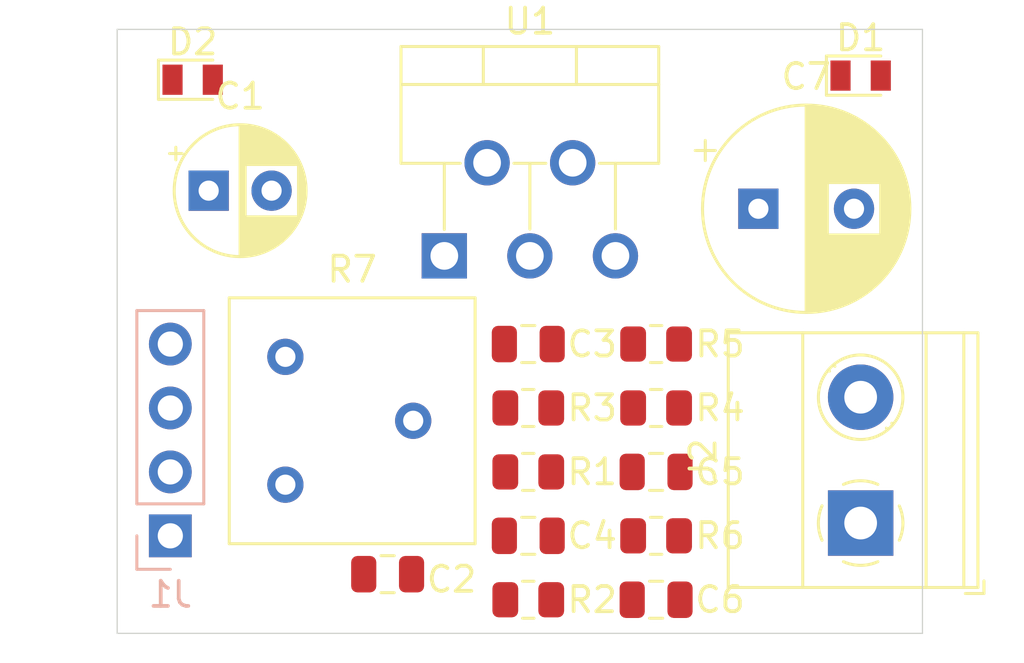
<source format=kicad_pcb>
(kicad_pcb (version 20211014) (generator pcbnew)
  (layers (0 "F.Cu" signal) (31 "B.Cu" signal) (34 "B.Paste" user) (35 "F.Paste" user) (36 "B.SilkS" user "B.Silkscreen") (37 "F.SilkS" user "F.Silkscreen") (38 "B.Mask" user) (39 "F.Mask" user) (44 "Edge.Cuts" user))
  (net 0 "")
  (net 1 "VCC")
  (net 2 "GND")
  (net 3 "Net-(C3-Pad2)")
  (net 4 "Net-(C3-Pad1)")
  (net 5 "Net-(C4-Pad1)")
  (net 6 "Net-(C5-Pad1)")
  (net 7 "Net-(C6-Pad1)")
  (net 8 "Net-(C7-Pad1)")
  (net 9 "Net-(J1-Pad3)")
  (net 10 "Net-(C7-Pad2)")
  (net 11 "Net-(R4-Pad2)")
  (footprint "Capacitor_SMD:C_0805_2012Metric" (layer "F.Cu") (at 142.748 104.648)
    (fp_text reference "C2" (at 2.54 0.206999) (layer "F.SilkS"))
    (fp_text value "2.2uF")
    (fp_line (start -0.261252 0.735) (end 0.261252 0.735) (layer "F.SilkS") (width 0.12))
    (fp_line (start -0.261252 -0.735) (end 0.261252 -0.735) (layer "F.SilkS") (width 0.12))
    (pad "1" smd roundrect (at -0.95 0) (size 1 1.45) (layers "F.Cu" "F.Paste" "F.Mask") (net 1 "VCC"))
    (pad "2" smd roundrect (at 0.95 0) (size 1 1.45) (layers "F.Cu" "F.Paste" "F.Mask") (net 2 "GND"))
  )
  (footprint "Capacitor_SMD:C_0805_2012Metric" (layer "F.Cu") (at 148.336 95.504)
    (fp_text reference "C3" (at 2.54 0) (layer "F.SilkS"))
    (fp_text value "1uF")
    (fp_line (start -0.261252 0.735) (end 0.261252 0.735) (layer "F.SilkS") (width 0.12))
    (fp_line (start -0.261252 -0.735) (end 0.261252 -0.735) (layer "F.SilkS") (width 0.12))
    (pad "1" smd roundrect (at -0.95 0) (size 1 1.45) (layers "F.Cu" "F.Paste" "F.Mask") (net 4 "Net-(C3-Pad1)"))
    (pad "2" smd roundrect (at 0.95 0) (size 1 1.45) (layers "F.Cu" "F.Paste" "F.Mask") (net 3 "Net-(C3-Pad2)"))
  )
  (footprint "Capacitor_SMD:C_0805_2012Metric" (layer "F.Cu") (at 148.336 103.124)
    (fp_text reference "C4" (at 2.54 0) (layer "F.SilkS"))
    (fp_text value "22uF")
    (fp_line (start -0.261252 0.735) (end 0.261252 0.735) (layer "F.SilkS") (width 0.12))
    (fp_line (start -0.261252 -0.735) (end 0.261252 -0.735) (layer "F.SilkS") (width 0.12))
    (pad "1" smd roundrect (at -0.95 0) (size 1 1.45) (layers "F.Cu" "F.Paste" "F.Mask") (net 5 "Net-(C4-Pad1)"))
    (pad "2" smd roundrect (at 0.95 0) (size 1 1.45) (layers "F.Cu" "F.Paste" "F.Mask") (net 2 "GND"))
  )
  (footprint "Capacitor_SMD:C_0805_2012Metric" (layer "F.Cu") (at 153.416 100.584)
    (fp_text reference "C5" (at 2.54 0) (layer "F.SilkS"))
    (fp_text value "2.2uF")
    (fp_line (start -0.261252 -0.735) (end 0.261252 -0.735) (layer "F.SilkS") (width 0.12))
    (fp_line (start -0.261252 0.735) (end 0.261252 0.735) (layer "F.SilkS") (width 0.12))
    (pad "1" smd roundrect (at -0.95 0) (size 1 1.45) (layers "F.Cu" "F.Paste" "F.Mask") (net 6 "Net-(C5-Pad1)"))
    (pad "2" smd roundrect (at 0.95 0) (size 1 1.45) (layers "F.Cu" "F.Paste" "F.Mask") (net 2 "GND"))
  )
  (footprint "Capacitor_SMD:C_0805_2012Metric" (layer "F.Cu") (at 153.416 105.664)
    (fp_text reference "C6" (at 2.54 0) (layer "F.SilkS"))
    (fp_text value "220nF")
    (fp_line (start -0.261252 0.735) (end 0.261252 0.735) (layer "F.SilkS") (width 0.12))
    (fp_line (start -0.261252 -0.735) (end 0.261252 -0.735) (layer "F.SilkS") (width 0.12))
    (pad "1" smd roundrect (at -0.95 0) (size 1 1.45) (layers "F.Cu" "F.Paste" "F.Mask") (net 7 "Net-(C6-Pad1)"))
    (pad "2" smd roundrect (at 0.95 0) (size 1 1.45) (layers "F.Cu" "F.Paste" "F.Mask") (net 2 "GND"))
  )
  (footprint "Diode_SMD:D_MicroMELF" (layer "F.Cu") (at 161.544 84.836)
    (fp_text reference "D1" (at 0 -1.5) (layer "F.SilkS"))
    (fp_text value "1N4001")
    (fp_line (start -1.36 0.78) (end 0.8 0.78) (layer "F.SilkS") (width 0.12))
    (fp_line (start 0.8 -0.78) (end -1.36 -0.78) (layer "F.SilkS") (width 0.12))
    (fp_line (start -1.36 -0.78) (end -1.36 0.78) (layer "F.SilkS") (width 0.12))
    (pad "1" smd rect (at -0.8 0) (size 0.8 1.2) (layers "F.Cu" "F.Paste" "F.Mask") (net 8 "Net-(C7-Pad1)"))
    (pad "2" smd rect (at 0.8 0) (size 0.8 1.2) (layers "F.Cu" "F.Paste" "F.Mask") (net 2 "GND"))
  )
  (footprint "Diode_SMD:D_MicroMELF" (layer "F.Cu") (at 135 85)
    (fp_text reference "D2" (at 0 -1.5) (layer "F.SilkS"))
    (fp_text value "1N4001")
    (fp_line (start -1.36 -0.78) (end -1.36 0.78) (layer "F.SilkS") (width 0.12))
    (fp_line (start 0.8 -0.78) (end -1.36 -0.78) (layer "F.SilkS") (width 0.12))
    (fp_line (start -1.36 0.78) (end 0.8 0.78) (layer "F.SilkS") (width 0.12))
    (pad "1" smd rect (at -0.8 0) (size 0.8 1.2) (layers "F.Cu" "F.Paste" "F.Mask") (net 1 "VCC"))
    (pad "2" smd rect (at 0.8 0) (size 0.8 1.2) (layers "F.Cu" "F.Paste" "F.Mask") (net 8 "Net-(C7-Pad1)"))
  )
  (footprint "TerminalBlock_Phoenix:TerminalBlock_Phoenix_MKDS-1,5-2_1x02_P5.00mm_Horizontal" (layer "F.Cu") (at 161.544 102.616 90)
    (fp_text reference "J2" (at 2.5 -6.26 90) (layer "F.SilkS"))
    (fp_text value "Conn_01x02_Female")
    (fp_line (start -2.8 4.16) (end -2.8 4.9) (layer "F.SilkS") (width 0.12))
    (fp_line (start -2.8 4.9) (end -2.3 4.9) (layer "F.SilkS") (width 0.12))
    (fp_line (start 3.773 1.023) (end 3.726 1.069) (layer "F.SilkS") (width 0.12))
    (fp_line (start 7.56 -5.261) (end 7.56 4.66) (layer "F.SilkS") (width 0.12))
    (fp_line (start -2.56 -2.301) (end 7.56 -2.301) (layer "F.SilkS") (width 0.12))
    (fp_line (start -2.56 -5.261) (end -2.56 4.66) (layer "F.SilkS") (width 0.12))
    (fp_line (start -2.56 4.1) (end 7.56 4.1) (layer "F.SilkS") (width 0.12))
    (fp_line (start 6.07 -1.275) (end 6.035 -1.239) (layer "F.SilkS") (width 0.12))
    (fp_line (start 3.966 1.239) (end 3.931 1.274) (layer "F.SilkS") (width 0.12))
    (fp_line (start -2.56 4.66) (end 7.56 4.66) (layer "F.SilkS") (width 0.12))
    (fp_line (start 6.275 -1.069) (end 6.228 -1.023) (layer "F.SilkS") (width 0.12))
    (fp_line (start -2.56 -5.261) (end 7.56 -5.261) (layer "F.SilkS") (width 0.12))
    (fp_line (start -2.56 2.6) (end 7.56 2.6) (layer "F.SilkS") (width 0.12))
    (fp_arc (start 1.535427 -0.683042) (mid 1.680501 0.000524) (end 1.535 0.684) (layer "F.SilkS") (width 0.12))
    (fp_arc (start 0.028805 1.680253) (mid -0.335551 1.646659) (end -0.684 1.535) (layer "F.SilkS") (width 0.12))
    (fp_arc (start -0.683042 -1.535427) (mid 0.000524 -1.680501) (end 0.684 -1.535) (layer "F.SilkS") (width 0.12))
    (fp_arc (start -1.535427 0.683042) (mid -1.680501 -0.000524) (end -1.535 -0.684) (layer "F.SilkS") (width 0.12))
    (fp_arc (start 0.683318 1.534756) (mid 0.349292 1.643288) (end 0 1.68) (layer "F.SilkS") (width 0.12))
    (fp_circle (center 5 0) (end 6.68 0) (layer "F.SilkS") (width 0.12) (fill none))
    (pad "1" thru_hole rect (at 0 0 90) (size 2.6 2.6) (drill 1.3) (layers *.Cu *.Mask) (net 10 "Net-(C7-Pad2)"))
    (pad "2" thru_hole circle (at 5 0 90) (size 2.6 2.6) (drill 1.3) (layers *.Cu *.Mask) (net 2 "GND"))
  )
  (footprint "Resistor_SMD:R_0805_2012Metric" (layer "F.Cu") (at 148.336 100.584)
    (fp_text reference "R1" (at 2.54 0) (layer "F.SilkS"))
    (fp_text value "100k")
    (fp_line (start -0.227064 -0.735) (end 0.227064 -0.735) (layer "F.SilkS") (width 0.12))
    (fp_line (start -0.227064 0.735) (end 0.227064 0.735) (layer "F.SilkS") (width 0.12))
    (pad "1" smd roundrect (at -0.9125 0) (size 1.025 1.4) (layers "F.Cu" "F.Paste" "F.Mask") (roundrect_rratio 0.243902) (net 5 "Net-(C4-Pad1)"))
    (pad "2" smd roundrect (at 0.9125 0) (size 1.025 1.4) (layers "F.Cu" "F.Paste" "F.Mask") (roundrect_rratio 0.243902) (net 1 "VCC"))
  )
  (footprint "Resistor_SMD:R_0805_2012Metric" (layer "F.Cu") (at 148.336 105.664)
    (fp_text reference "R2" (at 2.54 0) (layer "F.SilkS"))
    (fp_text value "100k")
    (fp_line (start -0.227064 0.735) (end 0.227064 0.735) (layer "F.SilkS") (width 0.12))
    (fp_line (start -0.227064 -0.735) (end 0.227064 -0.735) (layer "F.SilkS") (width 0.12))
    (pad "1" smd roundrect (at -0.9125 0) (size 1.025 1.4) (layers "F.Cu" "F.Paste" "F.Mask") (roundrect_rratio 0.243902) (net 5 "Net-(C4-Pad1)"))
    (pad "2" smd roundrect (at 0.9125 0) (size 1.025 1.4) (layers "F.Cu" "F.Paste" "F.Mask") (roundrect_rratio 0.243902) (net 3 "Net-(C3-Pad2)"))
  )
  (footprint "Resistor_SMD:R_0805_2012Metric" (layer "F.Cu") (at 148.336 98.044)
    (fp_text reference "R3" (at 2.54 0) (layer "F.SilkS"))
    (fp_text value "100k")
    (fp_line (start -0.227064 -0.735) (end 0.227064 -0.735) (layer "F.SilkS") (width 0.12))
    (fp_line (start -0.227064 0.735) (end 0.227064 0.735) (layer "F.SilkS") (width 0.12))
    (pad "1" smd roundrect (at -0.9125 0) (size 1.025 1.4) (layers "F.Cu" "F.Paste" "F.Mask") (roundrect_rratio 0.243902) (net 2 "GND"))
    (pad "2" smd roundrect (at 0.9125 0) (size 1.025 1.4) (layers "F.Cu" "F.Paste" "F.Mask") (roundrect_rratio 0.243902) (net 5 "Net-(C4-Pad1)"))
  )
  (footprint "Resistor_SMD:R_0805_2012Metric" (layer "F.Cu") (at 153.416 98.044)
    (fp_text reference "R4" (at 2.54 0) (layer "F.SilkS"))
    (fp_text value "4.7k")
    (fp_line (start -0.227064 -0.735) (end 0.227064 -0.735) (layer "F.SilkS") (width 0.12))
    (fp_line (start -0.227064 0.735) (end 0.227064 0.735) (layer "F.SilkS") (width 0.12))
    (pad "1" smd roundrect (at -0.9125 0) (size 1.025 1.4) (layers "F.Cu" "F.Paste" "F.Mask") (roundrect_rratio 0.243902) (net 6 "Net-(C5-Pad1)"))
    (pad "2" smd roundrect (at 0.9125 0) (size 1.025 1.4) (layers "F.Cu" "F.Paste" "F.Mask") (roundrect_rratio 0.243902) (net 11 "Net-(R4-Pad2)"))
  )
  (footprint "Resistor_SMD:R_0805_2012Metric" (layer "F.Cu") (at 153.416 95.504)
    (fp_text reference "R5" (at 2.54 0) (layer "F.SilkS"))
    (fp_text value "150k")
    (fp_line (start -0.227064 -0.735) (end 0.227064 -0.735) (layer "F.SilkS") (width 0.12))
    (fp_line (start -0.227064 0.735) (end 0.227064 0.735) (layer "F.SilkS") (width 0.12))
    (pad "1" smd roundrect (at -0.9125 0) (size 1.025 1.4) (layers "F.Cu" "F.Paste" "F.Mask") (roundrect_rratio 0.243902) (net 8 "Net-(C7-Pad1)"))
    (pad "2" smd roundrect (at 0.9125 0) (size 1.025 1.4) (layers "F.Cu" "F.Paste" "F.Mask") (roundrect_rratio 0.243902) (net 11 "Net-(R4-Pad2)"))
  )
  (footprint "Resistor_SMD:R_0805_2012Metric" (layer "F.Cu") (at 153.416 103.124)
    (fp_text reference "R6" (at 2.54 0) (layer "F.SilkS"))
    (fp_text value "1R")
    (fp_line (start -0.227064 0.735) (end 0.227064 0.735) (layer "F.SilkS") (width 0.12))
    (fp_line (start -0.227064 -0.735) (end 0.227064 -0.735) (layer "F.SilkS") (width 0.12))
    (pad "1" smd roundrect (at -0.9125 0) (size 1.025 1.4) (layers "F.Cu" "F.Paste" "F.Mask") (roundrect_rratio 0.243902) (net 7 "Net-(C6-Pad1)"))
    (pad "2" smd roundrect (at 0.9125 0) (size 1.025 1.4) (layers "F.Cu" "F.Paste" "F.Mask") (roundrect_rratio 0.243902) (net 8 "Net-(C7-Pad1)"))
  )
  (footprint "Potentiometer_THT:Potentiometer_Bourns_3386F_Vertical" (layer "F.Cu") (at 138.684 101.092)
    (fp_text reference "R7" (at 2.655 -8.555) (layer "F.SilkS"))
    (fp_text value "10k")
    (fp_line (start -2.23 -7.425) (end -2.23 2.345) (layer "F.SilkS") (width 0.12))
    (fp_line (start 7.54 -7.425) (end 7.54 2.345) (layer "F.SilkS") (width 0.12))
    (fp_line (start -2.23 -7.425) (end 7.54 -7.425) (layer "F.SilkS") (width 0.12))
    (fp_line (start -2.23 2.345) (end 7.54 2.345) (layer "F.SilkS") (width 0.12))
    (pad "1" thru_hole circle (at 0 0) (size 1.44 1.44) (drill 0.8) (layers *.Cu *.Mask) (net 9 "Net-(J1-Pad3)"))
    (pad "2" thru_hole circle (at 5.08 -2.54) (size 1.44 1.44) (drill 0.8) (layers *.Cu *.Mask) (net 4 "Net-(C3-Pad1)"))
    (pad "3" thru_hole circle (at 0 -5.08) (size 1.44 1.44) (drill 0.8) (layers *.Cu *.Mask) (net 2 "GND"))
  )
  (footprint "Package_TO_SOT_THT:TO-220-5_P3.4x3.7mm_StaggerOdd_Lead3.8mm_Vertical" (layer "F.Cu") (at 145 92)
    (fp_text reference "U1" (at 3.4 -9.32) (layer "F.SilkS"))
    (fp_text value "TDA2030")
    (fp_line (start 3.4 -3.679) (end 3.4 -1.065) (layer "F.SilkS") (width 0.12))
    (fp_line (start -1.721 -6.811) (end 8.52 -6.811) (layer "F.SilkS") (width 0.12))
    (fp_line (start 6.8 -3.679) (end 6.8 -1.065) (layer "F.SilkS") (width 0.12))
    (fp_line (start 8.52 -8.32) (end 8.52 -3.679) (layer "F.SilkS") (width 0.12))
    (fp_line (start 2.765 -3.679) (end 4.035 -3.679) (layer "F.SilkS") (width 0.12))
    (fp_line (start 6.165 -3.679) (end 8.52 -3.679) (layer "F.SilkS") (width 0.12))
    (fp_line (start 1.55 -8.32) (end 1.55 -6.811) (layer "F.SilkS") (width 0.12))
    (fp_line (start -1.721 -3.679) (end 0.635 -3.679) (layer "F.SilkS") (width 0.12))
    (fp_line (start 0 -3.679) (end 0 -1.049) (layer "F.SilkS") (width 0.12))
    (fp_line (start -1.721 -8.32) (end 8.52 -8.32) (layer "F.SilkS") (width 0.12))
    (fp_line (start -1.721 -8.32) (end -1.721 -3.679) (layer "F.SilkS") (width 0.12))
    (fp_line (start 5.25 -8.32) (end 5.25 -6.811) (layer "F.SilkS") (width 0.12))
    (pad "1" thru_hole rect (at 0 0) (size 1.8 1.8) (drill 1.1) (layers *.Cu *.Mask) (net 3 "Net-(C3-Pad2)"))
    (pad "2" thru_hole oval (at 1.7 -3.7) (size 1.8 1.8) (drill 1.1) (layers *.Cu *.Mask) (net 11 "Net-(R4-Pad2)"))
    (pad "3" thru_hole oval (at 3.4 0) (size 1.8 1.8) (drill 1.1) (layers *.Cu *.Mask) (net 2 "GND"))
    (pad "4" thru_hole oval (at 5.1 -3.7) (size 1.8 1.8) (drill 1.1) (layers *.Cu *.Mask) (net 8 "Net-(C7-Pad1)"))
    (pad "5" thru_hole oval (at 6.8 0) (size 1.8 1.8) (drill 1.1) (layers *.Cu *.Mask) (net 1 "VCC"))
  )
  (footprint "Capacitor_THT:CP_Radial_D5.0mm_P2.50mm" (layer "F.Cu") (at 135.636 89.408)
    (fp_text reference "C1" (at 1.25 -3.75) (layer "F.SilkS"))
    (fp_text value "100uF")
    (fp_line (start 3.411 1.04) (end 3.411 1.443) (layer "F.SilkS") (width 0.12))
    (fp_line (start 2.851 -2.035) (end 2.851 -1.04) (layer "F.SilkS") (width 0.12))
    (fp_line (start 2.171 1.04) (end 2.171 2.414) (layer "F.SilkS") (width 0.12))
    (fp_line (start 1.73 1.04) (end 1.73 2.536) (layer "F.SilkS") (width 0.12))
    (fp_line (start 2.331 -2.348) (end 2.331 -1.04) (layer "F.SilkS") (width 0.12))
    (fp_line (start 3.011 1.04) (end 3.011 1.901) (layer "F.SilkS") (width 0.12))
    (fp_line (start 2.691 -2.149) (end 2.691 -1.04) (layer "F.SilkS") (width 0.12))
    (fp_line (start 3.491 -1.319) (end 3.491 -1.04) (layer "F.SilkS") (width 0.12))
    (fp_line (start 2.451 -2.29) (end 2.451 -1.04) (layer "F.SilkS") (width 0.12))
    (fp_line (start 3.051 -1.864) (end 3.051 -1.04) (layer "F.SilkS") (width 0.12))
    (fp_line (start 2.051 1.04) (end 2.051 2.455) (layer "F.SilkS") (width 0.12))
    (fp_line (start 3.291 -1.605) (end 3.291 -1.04) (layer "F.SilkS") (width 0.12))
    (fp_line (start 2.851 1.04) (end 2.851 2.035) (layer "F.SilkS") (width 0.12))
    (fp_line (start 2.011 -2.468) (end 2.011 -1.04) (layer "F.SilkS") (width 0.12))
    (fp_line (start 3.451 1.04) (end 3.451 1.383) (layer "F.SilkS") (width 0.12))
    (fp_line (start 2.291 1.04) (end 2.291 2.365) (layer "F.SilkS") (width 0.12))
    (fp_line (start 2.931 -1.971) (end 2.931 -1.04) (layer "F.SilkS") (width 0.12))
    (fp_line (start 2.251 1.04) (end 2.251 2.382) (layer "F.SilkS") (width 0.12))
    (fp_line (start 2.091 -2.442) (end 2.091 -1.04) (layer "F.SilkS") (width 0.12))
    (fp_line (start 3.211 1.04) (end 3.211 1.699) (layer "F.SilkS") (width 0.12))
    (fp_line (start 2.651 1.04) (end 2.651 2.175) (layer "F.SilkS") (width 0.12))
    (fp_line (start 3.211 -1.699) (end 3.211 -1.04) (layer "F.SilkS") (width 0.12))
    (fp_line (start 2.371 -2.329) (end 2.371 -1.04) (layer "F.SilkS") (width 0.12))
    (fp_line (start 3.451 -1.383) (end 3.451 -1.04) (layer "F.SilkS") (width 0.12))
    (fp_line (start 3.651 -1.011) (end 3.651 1.011) (layer "F.SilkS") (width 0.12))
    (fp_line (start 3.531 -1.251) (end 3.531 -1.04) (layer "F.SilkS") (width 0.12))
    (fp_line (start 2.971 -1.937) (end 2.971 -1.04) (layer "F.SilkS") (width 0.12))
    (fp_line (start 1.89 1.04) (end 1.89 2.501) (layer "F.SilkS") (width 0.12))
    (fp_line (start 1.37 -2.578) (end 1.37 2.578) (layer "F.SilkS") (width 0.12))
    (fp_line (start 3.331 -1.554) (end 3.331 -1.04) (layer "F.SilkS") (width 0.12))
    (fp_line (start 2.091 1.04) (end 2.091 2.442) (layer "F.SilkS") (width 0.12))
    (fp_line (start 2.731 1.04) (end 2.731 2.122) (layer "F.SilkS") (width 0.12))
    (fp_line (start 1.29 -2.58) (end 1.29 2.58) (layer "F.SilkS") (width 0.12))
    (fp_line (start 2.731 -2.122) (end 2.731 -1.04) (layer "F.SilkS") (width 0.12))
    (fp_line (start 2.931 1.04) (end 2.931 1.971) (layer "F.SilkS") (width 0.12))
    (fp_line (start 2.131 1.04) (end 2.131 2.428) (layer "F.SilkS") (width 0.12))
    (fp_line (start 3.771 -0.677) (end 3.771 0.677) (layer "F.SilkS") (width 0.12))
    (fp_line (start 1.85 1.04) (end 1.85 2.511) (layer "F.SilkS") (width 0.12))
    (fp_line (start 3.731 -0.805) (end 3.731 0.805) (layer "F.SilkS") (width 0.12))
    (fp_line (start 2.611 1.04) (end 2.611 2.2) (layer "F.SilkS") (width 0.12))
    (fp_line (start 1.77 1.04) (end 1.77 2.528) (layer "F.SilkS") (width 0.12))
    (fp_line (start -1.554775 -1.475) (end -1.054775 -1.475) (layer "F.SilkS") (width 0.12))
    (fp_line (start 2.211 -2.398) (end 2.211 -1.04) (layer "F.SilkS") (width 0.12))
    (fp_line (start 2.011 1.04) (end 2.011 2.468) (layer "F.SilkS") (width 0.12))
    (fp_line (start 2.571 1.04) (end 2.571 2.224) (layer "F.SilkS") (width 0.12))
    (fp_line (start 2.771 -2.095) (end 2.771 -1.04) (layer "F.SilkS") (width 0.12))
    (fp_line (start 3.291 1.04) (end 3.291 1.605) (layer "F.SilkS") (width 0.12))
    (fp_line (start 2.771 1.04) (end 2.771 2.095) (layer "F.SilkS") (width 0.12))
    (fp_line (start 2.531 -2.247) (end 2.531 -1.04) (layer "F.SilkS") (width 0.12))
    (fp_line (start 3.051 1.04) (end 3.051 1.864) (layer "F.SilkS") (width 0.12))
    (fp_line (start -1.304775 -1.725) (end -1.304775 -1.225) (layer "F.SilkS") (width 0.12))
    (fp_line (start 2.131 -2.428) (end 2.131 -1.04) (layer "F.SilkS") (width 0.12))
    (fp_line (start 3.171 -1.743) (end 3.171 -1.04) (layer "F.SilkS") (width 0.12))
    (fp_line (start 1.971 1.04) (end 1.971 2.48) (layer "F.SilkS") (width 0.12))
    (fp_line (start 1.81 1.04) (end 1.81 2.52) (layer "F.SilkS") (width 0.12))
    (fp_line (start 2.251 -2.382) (end 2.251 -1.04) (layer "F.SilkS") (width 0.12))
    (fp_line (start 1.81 -2.52) (end 1.81 -1.04) (layer "F.SilkS") (width 0.12))
    (fp_line (start 1.49 -2.569) (end 1.49 -1.04) (layer "F.SilkS") (width 0.12))
    (fp_line (start 3.851 -0.284) (end 3.851 0.284) (layer "F.SilkS") (width 0.12))
    (fp_line (start 2.891 -2.004) (end 2.891 -1.04) (layer "F.SilkS") (width 0.12))
    (fp_line (start 1.85 -2.511) (end 1.85 -1.04) (layer "F.SilkS") (width 0.12))
    (fp_line (start 3.251 -1.653) (end 3.251 -1.04) (layer "F.SilkS") (width 0.12))
    (fp_line (start 2.531 1.04) (end 2.531 2.247) (layer "F.SilkS") (width 0.12))
    (fp_line (start 2.331 1.04) (end 2.331 2.348) (layer "F.SilkS") (width 0.12))
    (fp_line (start 3.691 -0.915) (end 3.691 0.915) (layer "F.SilkS") (width 0.12))
    (fp_line (start 1.73 -2.536) (end 1.73 -1.04) (layer "F.SilkS") (width 0.12))
    (fp_line (start 3.091 1.04) (end 3.091 1.826) (layer "F.SilkS") (width 0.12))
    (fp_line (start 3.571 -1.178) (end 3.571 1.178) (layer "F.SilkS") (width 0.12))
    (fp_line (start 1.61 -2.556) (end 1.61 -1.04) (layer "F.SilkS") (width 0.12))
    (fp_line (start 1.69 -2.543) (end 1.69 -1.04) (layer "F.SilkS") (width 0.12))
    (fp_line (start 3.531 1.04) (end 3.531 1.251) (layer "F.SilkS") (width 0.12))
    (fp_line (start 3.251 1.04) (end 3.251 1.653) (layer "F.SilkS") (width 0.12))
    (fp_line (start 2.171 -2.414) (end 2.171 -1.04) (layer "F.SilkS") (width 0.12))
    (fp_line (start 2.691 1.04) (end 2.691 2.149) (layer "F.SilkS") (width 0.12))
    (fp_line (start 3.371 -1.5) (end 3.371 -1.04) (layer "F.SilkS") (width 0.12))
    (fp_line (start 1.65 -2.55) (end 1.65 -1.04) (layer "F.SilkS") (width 0.12))
    (fp_line (start 1.57 -2.561) (end 1.57 -1.04) (layer "F.SilkS") (width 0.12))
    (fp_line (start 1.25 -2.58) (end 1.25 2.58) (layer "F.SilkS") (width 0.12))
    (fp_line (start 3.371 1.04) (end 3.371 1.5) (layer "F.SilkS") (width 0.12))
    (fp_line (start 1.49 1.04) (end 1.49 2.569) (layer "F.SilkS") (width 0.12))
    (fp_line (start 2.571 -2.224) (end 2.571 -1.04) (layer "F.SilkS") (width 0.12))
    (fp_line (start 1.89 -2.501) (end 1.89 -1.04) (layer "F.SilkS") (width 0.12))
    (fp_line (start 3.131 -1.785) (end 3.131 -1.04) (layer "F.SilkS") (width 0.12))
    (fp_line (start 1.65 1.04) (end 1.65 2.55) (layer "F.SilkS") (width 0.12))
    (fp_line (start 2.451 1.04) (end 2.451 2.29) (layer "F.SilkS") (width 0.12))
    (fp_line (start 1.971 -2.48) (end 1.971 -1.04) (layer "F.SilkS") (width 0.12))
    (fp_line (start 1.53 1.04) (end 1.53 2.565) (layer "F.SilkS") (width 0.12))
    (fp_line (start 1.77 -2.528) (end 1.77 -1.04) (layer "F.SilkS") (width 0.12))
    (fp_line (start 3.611 -1.098) (end 3.611 1.098) (layer "F.SilkS") (width 0.12))
    (fp_line (start 2.811 1.04) (end 2.811 2.065) (layer "F.SilkS") (width 0.12))
    (fp_line (start 2.891 1.04) (end 2.891 2.004) (layer "F.SilkS") (width 0.12))
    (fp_line (start 1.93 1.04) (end 1.93 2.491) (layer "F.SilkS") (width 0.12))
    (fp_line (start 1.33 -2.579) (end 1.33 2.579) (layer "F.SilkS") (width 0.12))
    (fp_line (start 2.811 -2.065) (end 2.811 -1.04) (layer "F.SilkS") (width 0.12))
    (fp_line (start 2.051 -2.455) (end 2.051 -1.04) (layer "F.SilkS") (width 0.12))
    (fp_line (start 3.171 1.04) (end 3.171 1.743) (layer "F.SilkS") (width 0.12))
    (fp_line (start 2.411 -2.31) (end 2.411 -1.04) (layer "F.SilkS") (width 0.12))
    (fp_line (start 1.61 1.04) (end 1.61 2.556) (layer "F.SilkS") (width 0.12))
    (fp_line (start 3.411 -1.443) (end 3.411 -1.04) (layer "F.SilkS") (width 0.12))
    (fp_line (start 2.651 -2.175) (end 2.651 -1.04) (layer "F.SilkS") (width 0.12))
    (fp_line (start 2.491 1.04) (end 2.491 2.268) (layer "F.SilkS") (width 0.12))
    (fp_line (start 2.291 -2.365) (end 2.291 -1.04) (layer "F.SilkS") (width 0.12))
    (fp_line (start 3.091 -1.826) (end 3.091 -1.04) (layer "F.SilkS") (width 0.12))
    (fp_line (start 1.93 -2.491) (end 1.93 -1.04) (layer "F.SilkS") (width 0.12))
    (fp_line (start 2.971 1.04) (end 2.971 1.937) (layer "F.SilkS") (width 0.12))
    (fp_line (start 1.45 -2.573) (end 1.45 2.573) (layer "F.SilkS") (width 0.12))
    (fp_line (start 1.53 -2.565) (end 1.53 -1.04) (layer "F.SilkS") (width 0.12))
    (fp_line (start 3.331 1.04) (end 3.331 1.554) (layer "F.SilkS") (width 0.12))
    (fp_line (start 3.491 1.04) (end 3.491 1.319) (layer "F.SilkS") (width 0.12))
    (fp_line (start 1.57 1.04) (end 1.57 2.561) (layer "F.SilkS") (width 0.12))
    (fp_line (start 1.41 -2.576) (end 1.41 2.576) (layer "F.SilkS") (width 0.12))
    (fp_line (start 2.491 -2.268) (end 2.491 -1.04) (layer "F.SilkS") (width 0.12))
    (fp_line (start 2.211 1.04) (end 2.211 2.398) (layer "F.SilkS") (width 0.12))
    (fp_line (start 1.69 1.04) (end 1.69 2.543) (layer "F.SilkS") (width 0.12))
    (fp_line (start 3.011 -1.901) (end 3.011 -1.04) (layer "F.SilkS") (width 0.12))
    (fp_line (start 2.611 -2.2) (end 2.611 -1.04) (layer "F.SilkS") (width 0.12))
    (fp_line (start 2.411 1.04) (end 2.411 2.31) (layer "F.SilkS") (width 0.12))
    (fp_line (start 2.371 1.04) (end 2.371 2.329) (layer "F.SilkS") (width 0.12))
    (fp_line (start 3.131 1.04) (end 3.131 1.785) (layer "F.SilkS") (width 0.12))
    (fp_line (start 3.811 -0.518) (end 3.811 0.518) (layer "F.SilkS") (width 0.12))
    (fp_circle (center 1.25 0) (end 3.87 0) (layer "F.SilkS") (width 0.12) (fill none))
    (pad "1" thru_hole rect (at 0 0) (size 1.6 1.6) (drill 0.8) (layers *.Cu *.Mask) (net 1 "VCC"))
    (pad "2" thru_hole circle (at 2.5 0) (size 1.6 1.6) (drill 0.8) (layers *.Cu *.Mask) (net 2 "GND"))
  )
  (footprint "Capacitor_THT:CP_Radial_D8.0mm_P3.80mm" (layer "F.Cu") (at 157.48 90.127001)
    (fp_text reference "C7" (at 1.9 -5.25) (layer "F.SilkS"))
    (fp_text value "2000uF")
    (fp_line (start 4.421 1.04) (end 4.421 3.22) (layer "F.SilkS") (width 0.12))
    (fp_line (start 3.341 1.04) (end 3.341 3.821) (layer "F.SilkS") (width 0.12))
    (fp_line (start 5.821 -1.229) (end 5.821 1.229) (layer "F.SilkS") (width 0.12))
    (fp_line (start 4.781 1.04) (end 4.781 2.907) (layer "F.SilkS") (width 0.12))
    (fp_line (start 2.981 1.04) (end 2.981 3.936) (layer "F.SilkS") (width 0.12))
    (fp_line (start 4.101 -3.444) (end 4.101 -1.04) (layer "F.SilkS") (width 0.12))
    (fp_line (start 4.821 -2.867) (end 4.821 -1.04) (layer "F.SilkS") (width 0.12))
    (fp_line (start 3.741 1.04) (end 3.741 3.647) (layer "F.SilkS") (width 0.12))
    (fp_line (start 3.741 -3.647) (end 3.741 -1.04) (layer "F.SilkS") (width 0.12))
    (fp_line (start 5.861 -1.098) (end 5.861 1.098) (layer "F.SilkS") (width 0.12))
    (fp_line (start 4.741 -2.945) (end 4.741 -1.04) (layer "F.SilkS") (width 0.12))
    (fp_line (start 3.261 1.04) (end 3.261 3.85) (layer "F.SilkS") (width 0.12))
    (fp_line (start 4.301 1.04) (end 4.301 3.309) (layer "F.SilkS") (width 0.12))
    (fp_line (start 4.861 -2.826) (end 4.861 2.826) (layer "F.SilkS") (width 0.12))
    (fp_line (start 3.621 -3.704) (end 3.621 -1.04) (layer "F.SilkS") (width 0.12))
    (fp_line (start 2.861 1.04) (end 2.861 3.967) (layer "F.SilkS") (width 0.12))
    (fp_line (start 3.541 1.04) (end 3.541 3.74) (layer "F.SilkS") (width 0.12))
    (fp_line (start 3.141 -3.889) (end 3.141 -1.04) (layer "F.SilkS") (width 0.12))
    (fp_line (start 4.341 -3.28) (end 4.341 -1.04) (layer "F.SilkS") (width 0.12))
    (fp_line (start 3.781 1.04) (end 3.781 3.627) (layer "F.SilkS") (width 0.12))
    (fp_line (start 3.941 1.04) (end 3.941 3.54) (layer "F.SilkS") (width 0.12))
    (fp_line (start 4.901 -2.784) (end 4.901 2.784) (layer "F.SilkS") (width 0.12))
    (fp_line (start 4.141 -3.418) (end 4.141 -1.04) (layer "F.SilkS") (width 0.12))
    (fp_line (start 3.501 1.04) (end 3.501 3.757) (layer "F.SilkS") (width 0.12))
    (fp_line (start 4.061 -3.469) (end 4.061 -1.04) (layer "F.SilkS") (width 0.12))
    (fp_line (start 3.621 1.04) (end 3.621 3.704) (layer "F.SilkS") (width 0.12))
    (fp_line (start 2.58 -4.024) (end 2.58 4.024) (layer "F.SilkS") (width 0.12))
    (fp_line (start 3.501 -3.757) (end 3.501 -1.04) (layer "F.SilkS") (width 0.12))
    (fp_line (start 3.861 1.04) (end 3.861 3.584) (layer "F.SilkS") (width 0.12))
    (fp_line (start 5.981 -0.533) (end 5.981 0.533) (layer "F.SilkS") (width 0.12))
    (fp_line (start 4.701 -2.983) (end 4.701 -1.04) (layer "F.SilkS") (width 0.12))
    (fp_line (start -2.109698 -2.715) (end -2.109698 -1.915) (layer "F.SilkS") (width 0.12))
    (fp_line (start 2.26 -4.065) (end 2.26 4.065) (layer "F.SilkS") (width 0.12))
    (fp_line (start 2.781 -3.985) (end 2.781 -1.04) (layer "F.SilkS") (width 0.12))
    (fp_line (start 4.941 -2.741) (end 4.941 2.741) (layer "F.SilkS") (width 0.12))
    (fp_line (start 5.621 -1.731) (end 5.621 1.731) (layer "F.SilkS") (width 0.12))
    (fp_line (start 3.941 -3.54) (end 3.941 -1.04) (layer "F.SilkS") (width 0.12))
    (fp_line (start 5.221 -2.4) (end 5.221 2.4) (layer "F.SilkS") (width 0.12))
    (fp_line (start 2.42 -4.048) (end 2.42 4.048) (layer "F.SilkS") (width 0.12))
    (fp_line (start 4.101 1.04) (end 4.101 3.444) (layer "F.SilkS") (width 0.12))
    (fp_line (start 5.661 -1.645) (end 5.661 1.645) (layer "F.SilkS") (width 0.12))
    (fp_line (start 4.661 1.04) (end 4.661 3.019) (layer "F.SilkS") (width 0.12))
    (fp_line (start 3.861 -3.584) (end 3.861 -1.04) (layer "F.SilkS") (width 0.12))
    (fp_line (start 4.581 1.04) (end 4.581 3.09) (layer "F.SilkS") (width 0.12))
    (fp_line (start 3.701 -3.666) (end 3.701 -1.04) (layer "F.SilkS") (width 0.12))
    (fp_line (start 2.821 -3.976) (end 2.821 -1.04) (layer "F.SilkS") (width 0.12))
    (fp_line (start 5.501 -1.964) (end 5.501 1.964) (layer "F.SilkS") (width 0.12))
    (fp_line (start 4.021 -3.493) (end 4.021 -1.04) (layer "F.SilkS") (width 0.12))
    (fp_line (start 2.3 -4.061) (end 2.3 4.061) (layer "F.SilkS") (width 0.12))
    (fp_line (start 3.181 -3.877) (end 3.181 -1.04) (layer "F.SilkS") (width 0.12))
    (fp_line (start 2.741 -3.994) (end 2.741 3.994) (layer "F.SilkS") (width 0.12))
    (fp_line (start 3.381 -3.805) (end 3.381 -1.04) (layer "F.SilkS") (width 0.12))
    (fp_line (start 2.38 -4.052) (end 2.38 4.052) (layer "F.SilkS") (width 0.12))
    (fp_line (start 4.181 -3.392) (end 4.181 -1.04) (layer "F.SilkS") (width 0.12))
    (fp_line (start 3.541 -3.74) (end 3.541 -1.04) (layer "F.SilkS") (width 0.12))
    (fp_line (start 2.54 -4.03) (end 2.54 4.03) (layer "F.SilkS") (width 0.12))
    (fp_line (start 5.701 -1.552) (end 5.701 1.552) (layer "F.SilkS") (width 0.12))
    (fp_line (start 5.941 -0.768) (end 5.941 0.768) (layer "F.SilkS") (width 0.12))
    (fp_line (start 2.34 -4.057) (end 2.34 4.057) (layer "F.SilkS") (width 0.12))
    (fp_line (start 3.341 -3.821) (end 3.341 -1.04) (layer "F.SilkS") (width 0.12))
    (fp_line (start 3.061 1.04) (end 3.061 3.914) (layer "F.SilkS") (width 0.12))
    (fp_line (start 3.901 -3.562) (end 3.901 -1.04) (layer "F.SilkS") (width 0.12))
    (fp_line (start 4.261 1.04) (end 4.261 3.338) (layer "F.SilkS") (width 0.12))
    (fp_line (start 3.421 -3.79) (end 3.421 -1.04) (layer "F.SilkS") (width 0.12))
    (fp_line (start 5.301 -2.287) (end 5.301 2.287) (layer "F.SilkS") (width 0.12))
    (fp_line (start 3.701 1.04) (end 3.701 3.666) (layer "F.SilkS") (width 0.12))
    (fp_line (start 5.341 -2.228) (end 5.341 2.228) (layer "F.SilkS") (width 0.12))
    (fp_line (start 5.541 -1.89) (end 5.541 1.89) (layer "F.SilkS") (width 0.12))
    (fp_line (start 2.821 1.04) (end 2.821 3.976) (layer "F.SilkS") (width 0.12))
    (fp_line (start 4.461 1.04) (end 4.461 3.189) (layer "F.SilkS") (width 0.12))
    (fp_line (start 2.781 1.04) (end 2.781 3.985) (layer "F.SilkS") (width 0.12))
    (fp_line (start 2.1 -4.076) (end 2.1 4.076) (layer "F.SilkS") (width 0.12))
    (fp_line (start 2.5 -4.037) (end 2.5 4.037) (layer "F.SilkS") (width 0.12))
    (fp_line (start 1.9 -4.08) (end 1.9 4.08) (layer "F.SilkS") (width 0.12))
    (fp_line (start 5.461 -2.034) (end 5.461 2.034) (layer "F.SilkS") (width 0.12))
    (fp_line (start 2.621 -4.017) (end 2.621 4.017) (layer "F.SilkS") (width 0.12))
    (fp_line (start 4.221 1.04) (end 4.221 3.365) (layer "F.SilkS") (width 0.12))
    (fp_line (start 2.06 -4.077) (end 2.06 4.077) (layer "F.SilkS") (width 0.12))
    (fp_line (start 2.661 -4.01) (end 2.661 4.01) (layer "F.SilkS") (width 0.12))
    (fp_line (start 3.421 1.04) (end 3.421 3.79) (layer "F.SilkS") (width 0.12))
    (fp_line (start 4.181 1.04) (end 4.181 3.392) (layer "F.SilkS") (width 0.12))
    (fp_line (start 5.581 -1.813) (end 5.581 1.813) (layer "F.SilkS") (width 0.12))
    (fp_line (start 3.661 -3.686) (end 3.661 -1.04) (layer "F.SilkS") (width 0.12))
    (fp_line (start 3.461 -3.774) (end 3.461 -1.04) (layer "F.SilkS") (width 0.12))
    (fp_line (start 4.621 -3.055) (end 4.621 -1.04) (layer "F.SilkS") (width 0.12))
    (fp_line (start 4.701 1.04) (end 4.701 2.983) (layer "F.SilkS") (width 0.12))
    (fp_line (start 4.461 -3.189) (end 4.461 -1.04) (layer "F.SilkS") (width 0.12))
    (fp_line (start 1.94 -4.08) (end 1.94 4.08) (layer "F.SilkS") (width 0.12))
    (fp_line (start 3.301 -3.835) (end 3.301 -1.04) (layer "F.SilkS") (width 0.12))
    (fp_line (start 4.301 -3.309) (end 4.301 -1.04) (layer "F.SilkS") (width 0.12))
    (fp_line (start 5.901 -0.948) (end 5.901 0.948) (layer "F.SilkS") (width 0.12))
    (fp_line (start 4.261 -3.338) (end 4.261 -1.04) (layer "F.SilkS") (width 0.12))
    (fp_line (start 3.101 -3.902) (end 3.101 -1.04) (layer "F.SilkS") (width 0.12))
    (fp_line (start 5.181 -2.454) (end 5.181 2.454) (layer "F.SilkS") (width 0.12))
    (fp_line (start 2.14 -4.074) (end 2.14 4.074) (layer "F.SilkS") (width 0.12))
    (fp_line (start 3.021 1.04) (end 3.021 3.925) (layer "F.SilkS") (width 0.12))
    (fp_line (start 3.261 -3.85) (end 3.261 -1.04) (layer "F.SilkS") (width 0.12))
    (fp_line (start 3.181 1.04) (end 3.181 3.877) (layer "F.SilkS") (width 0.12))
    (fp_line (start 2.18 -4.071) (end 2.18 4.071) (layer "F.SilkS") (width 0.12))
    (fp_line (start 2.941 -3.947) (end 2.941 -1.04) (layer "F.SilkS") (width 0.12))
    (fp_line (start 5.141 -2.505) (end 5.141 2.505) (layer "F.SilkS") (width 0.12))
    (fp_line (start 4.621 1.04) (end 4.621 3.055) (layer "F.SilkS") (width 0.12))
    (fp_line (start 3.981 1.04) (end 3.981 3.517) (layer "F.SilkS") (width 0.12))
    (fp_line (start 4.501 1.04) (end 4.501 3.156) (layer "F.SilkS") (width 0.12))
    (fp_line (start 3.581 1.04) (end 3.581 3.722) (layer "F.SilkS") (width 0.12))
    (fp_line (start 3.021 -3.925) (end 3.021 -1.04) (layer "F.SilkS") (width 0.12))
    (fp_line (start 3.581 -3.722) (end 3.581 -1.04) (layer "F.SilkS") (width 0.12))
    (fp_line (start 5.741 -1.453) (end 5.741 1.453) (layer "F.SilkS") (width 0.12))
    (fp_line (start 4.981 -2.697) (end 4.981 2.697) (layer "F.SilkS") (width 0.12))
    (fp_line (start 3.981 -3.517) (end 3.981 -1.04) (layer "F.SilkS") (width 0.12))
    (fp_line (start 4.501 -3.156) (end 4.501 -1.04) (layer "F.SilkS") (width 0.12))
    (fp_line (start 4.141 1.04) (end 4.141 3.418) (layer "F.SilkS") (width 0.12))
    (fp_line (start 4.221 -3.365) (end 4.221 -1.04) (layer "F.SilkS") (width 0.12))
    (fp_line (start 3.781 -3.627) (end 3.781 -1.04) (layer "F.SilkS") (width 0.12))
    (fp_line (start 4.381 -3.25) (end 4.381 -1.04) (layer "F.SilkS") (width 0.12))
    (fp_line (start 4.541 1.04) (end 4.541 3.124) (layer "F.SilkS") (width 0.12))
    (fp_line (start 3.821 1.04) (end 3.821 3.606) (layer "F.SilkS") (width 0.12))
    (fp_line (start 3.061 -3.914) (end 3.061 -1.04) (layer "F.SilkS") (width 0.12))
    (fp_line (start 4.061 1.04) (end 4.061 3.469) (layer "F.SilkS") (width 0.12))
    (fp_line (start 2.46 -4.042) (end 2.46 4.042) (layer "F.SilkS") (width 0.12))
    (fp_line (start 3.461 1.04) (end 3.461 3.774) (layer "F.SilkS") (width 0.12))
    (fp_line (start 5.061 -2.604) (end 5.061 2.604) (layer "F.SilkS") (width 0.12))
    (fp_line (start 3.101 1.04) (end 3.101 3.902) (layer "F.SilkS") (width 0.12))
    (fp_line (start 3.141 1.04) (end 3.141 3.889) (layer "F.SilkS") (width 0.12))
    (fp_line (start 4.821 1.04) (end 4.821 2.867) (layer "F.SilkS") (width 0.12))
    (fp_line (start 3.901 1.04) (end 3.901 3.562) (layer "F.SilkS") (width 0.12))
    (fp_line (start 4.021 1.04) (end 4.021 3.493) (layer "F.SilkS") (width 0.12))
    (fp_line (start 2.941 1.04) (end 2.941 3.947) (layer "F.SilkS") (width 0.12))
    (fp_line (start 5.101 -2.556) (end 5.101 2.556) (layer "F.SilkS") (width 0.12))
    (fp_line (start 4.781 -2.907) (end 4.781 -1.04) (layer "F.SilkS") (width 0.12))
    (fp_line (start 2.861 -3.967) (end 2.861 -1.04) (layer "F.SilkS") (width 0.12))
    (fp_line (start 5.381 -2.166) (end 5.381 2.166) (layer "F.SilkS") (width 0.12))
    (fp_line (start 5.261 -2.345) (end 5.261 2.345) (layer "F.SilkS") (width 0.12))
    (fp_line (start 2.981 -3.936) (end 2.981 -1.04) (layer "F.SilkS") (width 0.12))
    (fp_line (start 3.301 1.04) (end 3.301 3.835) (layer "F.SilkS") (width 0.12))
    (fp_line (start 4.341 1.04) (end 4.341 3.28) (layer "F.SilkS") (width 0.12))
    (fp_line (start 4.421 -3.22) (end 4.421 -1.04) (layer "F.SilkS") (width 0.12))
    (fp_line (start 4.381 1.04) (end 4.381 3.25) (layer "F.SilkS") (width 0.12))
    (fp_line (start 1.98 -4.08) (end 1.98 4.08) (layer "F.SilkS") (width 0.12))
    (fp_line (start 2.701 -4.002) (end 2.701 4.002) (layer "F.SilkS") (width 0.12))
    (fp_line (start 4.661 -3.019) (end 4.661 -1.04) (layer "F.SilkS") (width 0.12))
    (fp_line (start 3.221 -3.863) (end 3.221 -1.04) (layer "F.SilkS") (width 0.12))
    (fp_line (start 5.421 -2.102) (end 5.421 2.102) (layer "F.SilkS") (width 0.12))
    (fp_line (start 2.22 -4.068) (end 2.22 4.068) (layer "F.SilkS") (width 0.12))
    (fp_line (start 2.901 -3.957) (end 2.901 -1.04) (layer "F.SilkS") (width 0.12))
    (fp_line (start 3.381 1.04) (end 3.381 3.805) (layer "F.SilkS") (width 0.12))
    (fp_line (start 2.901 1.04) (end 2.901 3.957) (layer "F.SilkS") (width 0.12))
    (fp_line (start 3.821 -3.606) (end 3.821 -1.04) (layer "F.SilkS") (width 0.12))
    (fp_line (start 3.221 1.04) (end 3.221 3.863) (layer "F.SilkS") (width 0.12))
    (fp_line (start -2.509698 -2.315) (end -1.709698 -2.315) (layer "F.SilkS") (width 0.12))
    (fp_line (start 5.781 -1.346) (end 5.781 1.346) (layer "F.SilkS") (width 0.12))
    (fp_line (start 4.741 1.04) (end 4.741 2.945) (layer "F.SilkS") (width 0.12))
    (fp_line (start 2.02 -4.079) (end 2.02 4.079) (layer "F.SilkS") (width 0.12))
    (fp_line (start 5.021 -2.651) (end 5.021 2.651) (layer "F.SilkS") (width 0.12))
    (fp_line (start 4.541 -3.124) (end 4.541 -1.04) (layer "F.SilkS") (width 0.12))
    (fp_line (start 4.581 -3.09) (end 4.581 -1.04) (layer "F.SilkS") (width 0.12))
    (fp_line (start 3.661 1.04) (end 3.661 3.686) (layer "F.SilkS") (width 0.12))
    (fp_circle (center 1.9 0) (end 6.02 0) (layer "F.SilkS") (width 0.12) (fill none))
    (pad "1" thru_hole rect (at 0 0) (size 1.6 1.6) (drill 0.8) (layers *.Cu *.Mask) (net 8 "Net-(C7-Pad1)"))
    (pad "2" thru_hole circle (at 3.8 0) (size 1.6 1.6) (drill 0.8) (layers *.Cu *.Mask) (net 10 "Net-(C7-Pad2)"))
  )
  (footprint "Connector_PinHeader_2.54mm:PinHeader_1x04_P2.54mm_Vertical" (layer "B.Cu") (at 134.112 103.124)
    (fp_text reference "J1" (at 0 2.33) (layer "B.SilkS") (effects (justify mirror)))
    (fp_text value "Conn_01x04_Male")
    (fp_line (start -1.33 -8.95) (end 1.33 -8.95) (layer "B.SilkS") (width 0.12))
    (fp_line (start -1.33 -1.27) (end -1.33 -8.95) (layer "B.SilkS") (width 0.12))
    (fp_line (start -1.33 0) (end -1.33 1.33) (layer "B.SilkS") (width 0.12))
    (fp_line (start 1.33 -1.27) (end 1.33 -8.95) (layer "B.SilkS") (width 0.12))
    (fp_line (start -1.33 -1.27) (end 1.33 -1.27) (layer "B.SilkS") (width 0.12))
    (fp_line (start -1.33 1.33) (end 0 1.33) (layer "B.SilkS") (width 0.12))
    (pad "1" thru_hole rect (at 0 0) (size 1.7 1.7) (drill 1) (layers *.Cu *.Mask) (net 2 "GND"))
    (pad "2" thru_hole oval (at 0 -2.54) (size 1.7 1.7) (drill 1) (layers *.Cu *.Mask) (net 2 "GND"))
    (pad "3" thru_hole oval (at 0 -5.08) (size 1.7 1.7) (drill 1) (layers *.Cu *.Mask) (net 9 "Net-(J1-Pad3)"))
    (pad "4" thru_hole oval (at 0 -7.62) (size 1.7 1.7) (drill 1) (layers *.Cu *.Mask) (net 1 "VCC"))
  )
  (gr_line (start 132 107) (end 132 83) (layer "Edge.Cuts") (width 0.05))
  (gr_line (start 164 107) (end 132 107) (layer "Edge.Cuts") (width 0.05))
  (gr_line (start 164 83) (end 164 107) (layer "Edge.Cuts") (width 0.05))
  (gr_line (start 132 83) (end 164 83) (layer "Edge.Cuts") (width 0.05))
)
</source>
